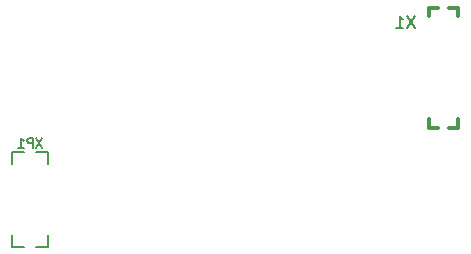
<source format=gbr>
%TF.GenerationSoftware,KiCad,Pcbnew,(6.0.7)*%
%TF.CreationDate,2023-04-11T10:27:19+03:00*%
%TF.ProjectId,ITR-3,4954522d-332e-46b6-9963-61645f706362,rev?*%
%TF.SameCoordinates,Original*%
%TF.FileFunction,Legend,Bot*%
%TF.FilePolarity,Positive*%
%FSLAX46Y46*%
G04 Gerber Fmt 4.6, Leading zero omitted, Abs format (unit mm)*
G04 Created by KiCad (PCBNEW (6.0.7)) date 2023-04-11 10:27:19*
%MOMM*%
%LPD*%
G01*
G04 APERTURE LIST*
%ADD10C,0.200000*%
%ADD11C,0.150000*%
%ADD12C,0.300000*%
G04 APERTURE END LIST*
D10*
%TO.C,X1*%
X85059523Y-77452380D02*
X84392857Y-78452380D01*
X84392857Y-77452380D02*
X85059523Y-78452380D01*
X83488095Y-78452380D02*
X84059523Y-78452380D01*
X83773809Y-78452380D02*
X83773809Y-77452380D01*
X83869047Y-77595238D01*
X83964285Y-77690476D01*
X84059523Y-77738095D01*
D11*
%TO.C,XP1*%
X53547619Y-87811904D02*
X53014285Y-88611904D01*
X53014285Y-87811904D02*
X53547619Y-88611904D01*
X52709523Y-88611904D02*
X52709523Y-87811904D01*
X52404761Y-87811904D01*
X52328571Y-87850000D01*
X52290476Y-87888095D01*
X52252380Y-87964285D01*
X52252380Y-88078571D01*
X52290476Y-88154761D01*
X52328571Y-88192857D01*
X52404761Y-88230952D01*
X52709523Y-88230952D01*
X51490476Y-88611904D02*
X51947619Y-88611904D01*
X51719047Y-88611904D02*
X51719047Y-87811904D01*
X51795238Y-87926190D01*
X51871428Y-88002380D01*
X51947619Y-88040476D01*
D12*
%TO.C,X1*%
X88750000Y-76750000D02*
X88750000Y-77500000D01*
X86250000Y-86940000D02*
X87000000Y-86940000D01*
X88000000Y-86940000D02*
X88750000Y-86940000D01*
X88750000Y-86940000D02*
X88750000Y-86190000D01*
X88000000Y-76750000D02*
X88750000Y-76750000D01*
X86250000Y-76750000D02*
X87000000Y-76750000D01*
X86250000Y-76750000D02*
X86250000Y-77500000D01*
X86250000Y-86190000D02*
X86250000Y-86940000D01*
D10*
%TO.C,XP1*%
X52000000Y-97000000D02*
X51000000Y-97000000D01*
X51000000Y-97000000D02*
X51000000Y-96000000D01*
X54000000Y-89000000D02*
X54000000Y-90000000D01*
X54000000Y-97000000D02*
X53000000Y-97000000D01*
X51000000Y-90000000D02*
X51000000Y-89000000D01*
X54000000Y-97000000D02*
X54000000Y-96000000D01*
X53000000Y-89000000D02*
X54000000Y-89000000D01*
X51000000Y-89000000D02*
X52000000Y-89000000D01*
%TD*%
M02*

</source>
